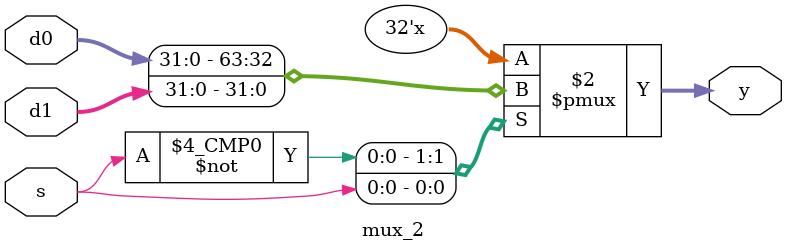
<source format=v>
module mux_2(d0, d1, s, y);
  parameter inputwidth=32;
  input [inputwidth-1:0] d0;
  input [inputwidth-1:0] d1;
  input s;
  output reg [inputwidth-1:0] y;
  
  always @ (*)
  begin
    case (s)
      0: y<=d0;
      1: y<=d1;
    endcase
  end
  
endmodule
</source>
